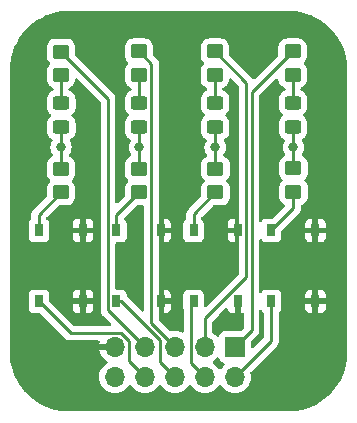
<source format=gbr>
%TF.GenerationSoftware,KiCad,Pcbnew,8.0.3*%
%TF.CreationDate,2024-11-17T10:30:07+00:00*%
%TF.ProjectId,ENS_light_sw_board,454e535f-6c69-4676-9874-5f73775f626f,rev?*%
%TF.SameCoordinates,Original*%
%TF.FileFunction,Copper,L1,Top*%
%TF.FilePolarity,Positive*%
%FSLAX46Y46*%
G04 Gerber Fmt 4.6, Leading zero omitted, Abs format (unit mm)*
G04 Created by KiCad (PCBNEW 8.0.3) date 2024-11-17 10:30:07*
%MOMM*%
%LPD*%
G01*
G04 APERTURE LIST*
G04 Aperture macros list*
%AMRoundRect*
0 Rectangle with rounded corners*
0 $1 Rounding radius*
0 $2 $3 $4 $5 $6 $7 $8 $9 X,Y pos of 4 corners*
0 Add a 4 corners polygon primitive as box body*
4,1,4,$2,$3,$4,$5,$6,$7,$8,$9,$2,$3,0*
0 Add four circle primitives for the rounded corners*
1,1,$1+$1,$2,$3*
1,1,$1+$1,$4,$5*
1,1,$1+$1,$6,$7*
1,1,$1+$1,$8,$9*
0 Add four rect primitives between the rounded corners*
20,1,$1+$1,$2,$3,$4,$5,0*
20,1,$1+$1,$4,$5,$6,$7,0*
20,1,$1+$1,$6,$7,$8,$9,0*
20,1,$1+$1,$8,$9,$2,$3,0*%
G04 Aperture macros list end*
%TA.AperFunction,SMDPad,CuDef*%
%ADD10R,0.750000X1.000000*%
%TD*%
%TA.AperFunction,SMDPad,CuDef*%
%ADD11RoundRect,0.250000X-0.450000X0.325000X-0.450000X-0.325000X0.450000X-0.325000X0.450000X0.325000X0*%
%TD*%
%TA.AperFunction,SMDPad,CuDef*%
%ADD12RoundRect,0.250000X-0.450000X0.350000X-0.450000X-0.350000X0.450000X-0.350000X0.450000X0.350000X0*%
%TD*%
%TA.AperFunction,ComponentPad*%
%ADD13R,1.700000X1.700000*%
%TD*%
%TA.AperFunction,ComponentPad*%
%ADD14O,1.700000X1.700000*%
%TD*%
%TA.AperFunction,ViaPad*%
%ADD15C,0.800000*%
%TD*%
%TA.AperFunction,Conductor*%
%ADD16C,0.250000*%
%TD*%
G04 APERTURE END LIST*
D10*
%TO.P,SW3,1,A*%
%TO.N,GND*%
X121841000Y-75867000D03*
X121841000Y-81867000D03*
%TO.P,SW3,2,B*%
%TO.N,/SW3*%
X118091000Y-75867000D03*
X118091000Y-81867000D03*
%TD*%
%TO.P,SW2,1,A*%
%TO.N,GND*%
X128396000Y-75867000D03*
X128396000Y-81867000D03*
%TO.P,SW2,2,B*%
%TO.N,/SW2*%
X124646000Y-75867000D03*
X124646000Y-81867000D03*
%TD*%
D11*
%TO.P,D4,1,K*%
%TO.N,Net-(D4-K)*%
X113439142Y-65083000D03*
%TO.P,D4,2,A*%
%TO.N,+3V3*%
X113439142Y-67133000D03*
%TD*%
D12*
%TO.P,R5,1*%
%TO.N,/D1*%
X133022858Y-60706000D03*
%TO.P,R5,2*%
%TO.N,Net-(D1-K)*%
X133022858Y-62706000D03*
%TD*%
D11*
%TO.P,D3,1,K*%
%TO.N,Net-(D3-K)*%
X120043142Y-65067000D03*
%TO.P,D3,2,A*%
%TO.N,+3V3*%
X120043142Y-67117000D03*
%TD*%
%TO.P,D1,1,K*%
%TO.N,Net-(D1-K)*%
X133051000Y-65067000D03*
%TO.P,D1,2,A*%
%TO.N,+3V3*%
X133051000Y-67117000D03*
%TD*%
D12*
%TO.P,R7,1*%
%TO.N,/D3*%
X120015000Y-60706000D03*
%TO.P,R7,2*%
%TO.N,Net-(D3-K)*%
X120015000Y-62706000D03*
%TD*%
D11*
%TO.P,D2,1,K*%
%TO.N,Net-(D2-K)*%
X126463000Y-65067000D03*
%TO.P,D2,2,A*%
%TO.N,+3V3*%
X126463000Y-67117000D03*
%TD*%
D12*
%TO.P,R2,1*%
%TO.N,+3V3*%
X126492000Y-70644000D03*
%TO.P,R2,2*%
%TO.N,/SW2*%
X126492000Y-72644000D03*
%TD*%
%TO.P,R8,1*%
%TO.N,/D4*%
X113411000Y-60722000D03*
%TO.P,R8,2*%
%TO.N,Net-(D4-K)*%
X113411000Y-62722000D03*
%TD*%
%TO.P,R6,1*%
%TO.N,/D2*%
X126434858Y-60706000D03*
%TO.P,R6,2*%
%TO.N,Net-(D2-K)*%
X126434858Y-62706000D03*
%TD*%
D10*
%TO.P,SW4,1,A*%
%TO.N,GND*%
X115286000Y-75867000D03*
X115286000Y-81867000D03*
%TO.P,SW4,2,B*%
%TO.N,/SW4*%
X111536000Y-75867000D03*
X111536000Y-81867000D03*
%TD*%
%TO.P,SW1,1,A*%
%TO.N,GND*%
X134951000Y-75867000D03*
X134951000Y-81867000D03*
%TO.P,SW1,2,B*%
%TO.N,/SW1*%
X131201000Y-75867000D03*
X131201000Y-81867000D03*
%TD*%
D12*
%TO.P,R4,1*%
%TO.N,+3V3*%
X113411000Y-70644000D03*
%TO.P,R4,2*%
%TO.N,/SW4*%
X113411000Y-72644000D03*
%TD*%
D13*
%TO.P,J1,1,Pin_1*%
%TO.N,/D1*%
X128143000Y-85725000D03*
D14*
%TO.P,J1,2,Pin_2*%
%TO.N,/SW1*%
X128143000Y-88265000D03*
%TO.P,J1,3,Pin_3*%
%TO.N,/D2*%
X125603000Y-85725000D03*
%TO.P,J1,4,Pin_4*%
%TO.N,/SW2*%
X125603000Y-88265000D03*
%TO.P,J1,5,Pin_5*%
%TO.N,/D3*%
X123063000Y-85725000D03*
%TO.P,J1,6,Pin_6*%
%TO.N,/SW3*%
X123063000Y-88265000D03*
%TO.P,J1,7,Pin_7*%
%TO.N,/D4*%
X120523000Y-85725000D03*
%TO.P,J1,8,Pin_8*%
%TO.N,/SW4*%
X120523000Y-88265000D03*
%TO.P,J1,9,Pin_9*%
%TO.N,GND*%
X117983000Y-85725000D03*
%TO.P,J1,10,Pin_10*%
%TO.N,+3V3*%
X117983000Y-88265000D03*
%TD*%
D12*
%TO.P,R3,1*%
%TO.N,+3V3*%
X120015000Y-70644000D03*
%TO.P,R3,2*%
%TO.N,/SW3*%
X120015000Y-72644000D03*
%TD*%
%TO.P,R1,1*%
%TO.N,+3V3*%
X133096000Y-70612000D03*
%TO.P,R1,2*%
%TO.N,/SW1*%
X133096000Y-72612000D03*
%TD*%
D15*
%TO.N,+3V3*%
X133096000Y-68834000D03*
X126463000Y-68834000D03*
X113411000Y-68834000D03*
X120043142Y-68834000D03*
%TD*%
D16*
%TO.N,+3V3*%
X120043142Y-67117000D02*
X120043142Y-68834000D01*
X120043142Y-70615858D02*
X120015000Y-70644000D01*
X133096000Y-68834000D02*
X133096000Y-67162000D01*
X126463000Y-70615000D02*
X126492000Y-70644000D01*
X113411000Y-67161142D02*
X113439142Y-67133000D01*
X113411000Y-68834000D02*
X113411000Y-67161142D01*
X120043142Y-68834000D02*
X120043142Y-70615858D01*
X126463000Y-67117000D02*
X126463000Y-68834000D01*
X113411000Y-70644000D02*
X113411000Y-68834000D01*
X126463000Y-68834000D02*
X126463000Y-70615000D01*
X133096000Y-70612000D02*
X133096000Y-68834000D01*
X133096000Y-67162000D02*
X133051000Y-67117000D01*
%TO.N,Net-(D1-K)*%
X133051000Y-65067000D02*
X133051000Y-62734142D01*
X133051000Y-62734142D02*
X133022858Y-62706000D01*
%TO.N,Net-(D2-K)*%
X126434858Y-62706000D02*
X126434858Y-65038858D01*
X126434858Y-65038858D02*
X126463000Y-65067000D01*
%TO.N,Net-(D3-K)*%
X120015000Y-65038858D02*
X120043142Y-65067000D01*
X120015000Y-62706000D02*
X120015000Y-65038858D01*
%TO.N,Net-(D4-K)*%
X113411000Y-65054858D02*
X113439142Y-65083000D01*
X113411000Y-62722000D02*
X113411000Y-65054858D01*
%TO.N,/SW3*%
X118516701Y-81867000D02*
X121793000Y-85143299D01*
X121793000Y-86995000D02*
X123063000Y-88265000D01*
X118091000Y-74568000D02*
X120015000Y-72644000D01*
X118091000Y-75867000D02*
X118091000Y-74568000D01*
X118091000Y-81867000D02*
X118516701Y-81867000D01*
X121793000Y-85143299D02*
X121793000Y-86995000D01*
%TO.N,/D3*%
X120015000Y-60706000D02*
X121068142Y-61759142D01*
X121068142Y-83730142D02*
X123063000Y-85725000D01*
X121068142Y-61759142D02*
X121068142Y-83730142D01*
%TO.N,/SW4*%
X111536000Y-74519000D02*
X113411000Y-72644000D01*
X118469701Y-84550000D02*
X119158000Y-85238299D01*
X111536000Y-75867000D02*
X111536000Y-74519000D01*
X111536000Y-81867000D02*
X114219000Y-84550000D01*
X119158000Y-86900000D02*
X120523000Y-88265000D01*
X114219000Y-84550000D02*
X118469701Y-84550000D01*
X119158000Y-85238299D02*
X119158000Y-86900000D01*
%TO.N,/SW2*%
X124646000Y-81867000D02*
X124428000Y-82085000D01*
X124428000Y-82085000D02*
X124428000Y-87090000D01*
X124646000Y-75867000D02*
X124646000Y-74490000D01*
X124428000Y-87090000D02*
X125603000Y-88265000D01*
X124646000Y-74490000D02*
X126492000Y-72644000D01*
%TO.N,/D1*%
X129546000Y-64182858D02*
X129546000Y-84322000D01*
X133022858Y-60706000D02*
X129546000Y-64182858D01*
X129546000Y-84322000D02*
X128143000Y-85725000D01*
%TO.N,/D2*%
X129096000Y-63367142D02*
X129096000Y-79819000D01*
X126434858Y-60706000D02*
X129096000Y-63367142D01*
X129096000Y-79819000D02*
X125603000Y-83312000D01*
X125603000Y-83312000D02*
X125603000Y-85725000D01*
%TO.N,/SW1*%
X133096000Y-73972000D02*
X131201000Y-75867000D01*
X131201000Y-81867000D02*
X131201000Y-85207000D01*
X131201000Y-85207000D02*
X128143000Y-88265000D01*
X133096000Y-72612000D02*
X133096000Y-73972000D01*
%TO.N,/D4*%
X113411000Y-60722000D02*
X117391000Y-64702000D01*
X117391000Y-82593000D02*
X120523000Y-85725000D01*
X117391000Y-64702000D02*
X117391000Y-82593000D01*
%TD*%
%TA.AperFunction,Conductor*%
%TO.N,GND*%
G36*
X128589039Y-81636685D02*
G01*
X128634794Y-81689489D01*
X128646000Y-81741000D01*
X128646000Y-82867000D01*
X128796500Y-82867000D01*
X128863539Y-82886685D01*
X128909294Y-82939489D01*
X128920500Y-82991000D01*
X128920500Y-84011547D01*
X128900815Y-84078586D01*
X128884181Y-84099228D01*
X128645227Y-84338181D01*
X128583904Y-84371666D01*
X128557546Y-84374500D01*
X127245129Y-84374500D01*
X127245123Y-84374501D01*
X127185516Y-84380908D01*
X127050671Y-84431202D01*
X127050664Y-84431206D01*
X126935455Y-84517452D01*
X126935452Y-84517455D01*
X126849206Y-84632664D01*
X126849203Y-84632669D01*
X126800189Y-84764083D01*
X126758317Y-84820016D01*
X126692853Y-84844433D01*
X126624580Y-84829581D01*
X126596326Y-84808430D01*
X126474402Y-84686506D01*
X126474401Y-84686505D01*
X126281376Y-84551347D01*
X126237751Y-84496770D01*
X126228500Y-84449772D01*
X126228500Y-83622452D01*
X126248185Y-83555413D01*
X126264819Y-83534771D01*
X126791078Y-83008512D01*
X127336043Y-82463546D01*
X127397364Y-82430063D01*
X127467056Y-82435047D01*
X127522989Y-82476919D01*
X127539904Y-82507896D01*
X127577645Y-82609086D01*
X127577649Y-82609093D01*
X127663809Y-82724187D01*
X127663812Y-82724190D01*
X127778906Y-82810350D01*
X127778913Y-82810354D01*
X127913620Y-82860596D01*
X127913627Y-82860598D01*
X127973155Y-82866999D01*
X127973172Y-82867000D01*
X128146000Y-82867000D01*
X128146000Y-81741000D01*
X128165685Y-81673961D01*
X128218489Y-81628206D01*
X128270000Y-81617000D01*
X128522000Y-81617000D01*
X128589039Y-81636685D01*
G37*
%TD.AperFunction*%
%TA.AperFunction,Conductor*%
G36*
X132668641Y-57277006D02*
G01*
X132881481Y-57279328D01*
X132890915Y-57279792D01*
X133315552Y-57316943D01*
X133326270Y-57318354D01*
X133745393Y-57392256D01*
X133755921Y-57394590D01*
X134167033Y-57504747D01*
X134177322Y-57507992D01*
X134577255Y-57653555D01*
X134587221Y-57657683D01*
X134972942Y-57837547D01*
X134982528Y-57842538D01*
X135351088Y-58055326D01*
X135360207Y-58061135D01*
X135708820Y-58305237D01*
X135717402Y-58311822D01*
X136043420Y-58585383D01*
X136051395Y-58592692D01*
X136352307Y-58893604D01*
X136359616Y-58901579D01*
X136633177Y-59227597D01*
X136639762Y-59236179D01*
X136883864Y-59584792D01*
X136889676Y-59593916D01*
X137102459Y-59962467D01*
X137107454Y-59972062D01*
X137287310Y-60357764D01*
X137291450Y-60367759D01*
X137437003Y-60767664D01*
X137440256Y-60777980D01*
X137550405Y-61189061D01*
X137552746Y-61199623D01*
X137626644Y-61618725D01*
X137628056Y-61629450D01*
X137665206Y-62054073D01*
X137665671Y-62063527D01*
X137667993Y-62276357D01*
X137668000Y-62277710D01*
X137668000Y-86185289D01*
X137667993Y-86186642D01*
X137665671Y-86399472D01*
X137665206Y-86408926D01*
X137628056Y-86833549D01*
X137626644Y-86844274D01*
X137552746Y-87263376D01*
X137550405Y-87273938D01*
X137440256Y-87685019D01*
X137437003Y-87695335D01*
X137291450Y-88095240D01*
X137287310Y-88105235D01*
X137107454Y-88490937D01*
X137102459Y-88500532D01*
X136889676Y-88869083D01*
X136883864Y-88878207D01*
X136639762Y-89226820D01*
X136633177Y-89235402D01*
X136359616Y-89561420D01*
X136352307Y-89569395D01*
X136051395Y-89870307D01*
X136043420Y-89877616D01*
X135717402Y-90151177D01*
X135708820Y-90157762D01*
X135360207Y-90401864D01*
X135351083Y-90407676D01*
X134982532Y-90620459D01*
X134972937Y-90625454D01*
X134587235Y-90805310D01*
X134577240Y-90809450D01*
X134177335Y-90955003D01*
X134167019Y-90958256D01*
X133755938Y-91068405D01*
X133745376Y-91070746D01*
X133326274Y-91144644D01*
X133315549Y-91146056D01*
X132890926Y-91183206D01*
X132881472Y-91183671D01*
X132673455Y-91185940D01*
X132668640Y-91185993D01*
X132667290Y-91186000D01*
X114093710Y-91186000D01*
X114092359Y-91185993D01*
X114087454Y-91185939D01*
X113879527Y-91183671D01*
X113870073Y-91183206D01*
X113445450Y-91146056D01*
X113434725Y-91144644D01*
X113015623Y-91070746D01*
X113005061Y-91068405D01*
X112593980Y-90958256D01*
X112583664Y-90955003D01*
X112183759Y-90809450D01*
X112173764Y-90805310D01*
X111788062Y-90625454D01*
X111778467Y-90620459D01*
X111409916Y-90407676D01*
X111400792Y-90401864D01*
X111052179Y-90157762D01*
X111043597Y-90151177D01*
X110717579Y-89877616D01*
X110709604Y-89870307D01*
X110408692Y-89569395D01*
X110401383Y-89561420D01*
X110298687Y-89439032D01*
X110127821Y-89235401D01*
X110121237Y-89226820D01*
X109877132Y-88878203D01*
X109871323Y-88869083D01*
X109658540Y-88500532D01*
X109653545Y-88490937D01*
X109548189Y-88265000D01*
X109473683Y-88105221D01*
X109469555Y-88095255D01*
X109323992Y-87695322D01*
X109320747Y-87685033D01*
X109210590Y-87273921D01*
X109208256Y-87263393D01*
X109134354Y-86844270D01*
X109132943Y-86833549D01*
X109095792Y-86408915D01*
X109095328Y-86399471D01*
X109093007Y-86186641D01*
X109093000Y-86185289D01*
X109093000Y-75319135D01*
X110660500Y-75319135D01*
X110660500Y-76414870D01*
X110660501Y-76414876D01*
X110666908Y-76474483D01*
X110717202Y-76609328D01*
X110717206Y-76609335D01*
X110803452Y-76724544D01*
X110803455Y-76724547D01*
X110918664Y-76810793D01*
X110918671Y-76810797D01*
X111053517Y-76861091D01*
X111053516Y-76861091D01*
X111060444Y-76861835D01*
X111113127Y-76867500D01*
X111958872Y-76867499D01*
X112018483Y-76861091D01*
X112153331Y-76810796D01*
X112268546Y-76724546D01*
X112354796Y-76609331D01*
X112405091Y-76474483D01*
X112411500Y-76414873D01*
X112411500Y-76414844D01*
X114411000Y-76414844D01*
X114417401Y-76474372D01*
X114417403Y-76474379D01*
X114467645Y-76609086D01*
X114467649Y-76609093D01*
X114553809Y-76724187D01*
X114553812Y-76724190D01*
X114668906Y-76810350D01*
X114668913Y-76810354D01*
X114803620Y-76860596D01*
X114803627Y-76860598D01*
X114863155Y-76866999D01*
X114863172Y-76867000D01*
X115036000Y-76867000D01*
X115536000Y-76867000D01*
X115708828Y-76867000D01*
X115708844Y-76866999D01*
X115768372Y-76860598D01*
X115768379Y-76860596D01*
X115903086Y-76810354D01*
X115903093Y-76810350D01*
X116018187Y-76724190D01*
X116018190Y-76724187D01*
X116104350Y-76609093D01*
X116104354Y-76609086D01*
X116154596Y-76474379D01*
X116154598Y-76474372D01*
X116160999Y-76414844D01*
X116161000Y-76414827D01*
X116161000Y-76117000D01*
X115536000Y-76117000D01*
X115536000Y-76867000D01*
X115036000Y-76867000D01*
X115036000Y-76117000D01*
X114411000Y-76117000D01*
X114411000Y-76414844D01*
X112411500Y-76414844D01*
X112411499Y-75319155D01*
X114411000Y-75319155D01*
X114411000Y-75617000D01*
X115036000Y-75617000D01*
X115536000Y-75617000D01*
X116161000Y-75617000D01*
X116161000Y-75319172D01*
X116160999Y-75319155D01*
X116154598Y-75259627D01*
X116154596Y-75259620D01*
X116104354Y-75124913D01*
X116104350Y-75124906D01*
X116018190Y-75009812D01*
X116018187Y-75009809D01*
X115903093Y-74923649D01*
X115903086Y-74923645D01*
X115768379Y-74873403D01*
X115768372Y-74873401D01*
X115708844Y-74867000D01*
X115536000Y-74867000D01*
X115536000Y-75617000D01*
X115036000Y-75617000D01*
X115036000Y-74867000D01*
X114863155Y-74867000D01*
X114803627Y-74873401D01*
X114803620Y-74873403D01*
X114668913Y-74923645D01*
X114668906Y-74923649D01*
X114553812Y-75009809D01*
X114553809Y-75009812D01*
X114467649Y-75124906D01*
X114467645Y-75124913D01*
X114417403Y-75259620D01*
X114417401Y-75259627D01*
X114411000Y-75319155D01*
X112411499Y-75319155D01*
X112411499Y-75319128D01*
X112405091Y-75259517D01*
X112366012Y-75154742D01*
X112354797Y-75124671D01*
X112354793Y-75124664D01*
X112268548Y-75009457D01*
X112268546Y-75009454D01*
X112268542Y-75009451D01*
X112211188Y-74966515D01*
X112169318Y-74910581D01*
X112161500Y-74867249D01*
X112161500Y-74829451D01*
X112181185Y-74762412D01*
X112197814Y-74741774D01*
X113158771Y-73780817D01*
X113220094Y-73747333D01*
X113246452Y-73744499D01*
X113911002Y-73744499D01*
X113911008Y-73744499D01*
X114013797Y-73733999D01*
X114180334Y-73678814D01*
X114329656Y-73586712D01*
X114453712Y-73462656D01*
X114545814Y-73313334D01*
X114600999Y-73146797D01*
X114611500Y-73044009D01*
X114611499Y-72243992D01*
X114600999Y-72141203D01*
X114545814Y-71974666D01*
X114453712Y-71825344D01*
X114360049Y-71731681D01*
X114326564Y-71670358D01*
X114331548Y-71600666D01*
X114360049Y-71556319D01*
X114392049Y-71524319D01*
X114453712Y-71462656D01*
X114545814Y-71313334D01*
X114600999Y-71146797D01*
X114611500Y-71044009D01*
X114611499Y-70243992D01*
X114600999Y-70141203D01*
X114545814Y-69974666D01*
X114453712Y-69825344D01*
X114329656Y-69701288D01*
X114180334Y-69609186D01*
X114163591Y-69603638D01*
X114106148Y-69563866D01*
X114079325Y-69499350D01*
X114091640Y-69430575D01*
X114110448Y-69402960D01*
X114117114Y-69395557D01*
X114143533Y-69366216D01*
X114238179Y-69202284D01*
X114296674Y-69022256D01*
X114316460Y-68834000D01*
X114296674Y-68645744D01*
X114238179Y-68465716D01*
X114152655Y-68317585D01*
X114136183Y-68249686D01*
X114159036Y-68183659D01*
X114202745Y-68147279D01*
X114202329Y-68146605D01*
X114207066Y-68143682D01*
X114207648Y-68143199D01*
X114208464Y-68142817D01*
X114208476Y-68142814D01*
X114357798Y-68050712D01*
X114481854Y-67926656D01*
X114573956Y-67777334D01*
X114629141Y-67610797D01*
X114639642Y-67508009D01*
X114639641Y-66757992D01*
X114638006Y-66741991D01*
X114629141Y-66655203D01*
X114629140Y-66655200D01*
X114623838Y-66639200D01*
X114573956Y-66488666D01*
X114481854Y-66339344D01*
X114357798Y-66215288D01*
X114354961Y-66213538D01*
X114353425Y-66211830D01*
X114352131Y-66210807D01*
X114352305Y-66210585D01*
X114308238Y-66161594D01*
X114297014Y-66092632D01*
X114324855Y-66028549D01*
X114354959Y-66002462D01*
X114357798Y-66000712D01*
X114481854Y-65876656D01*
X114573956Y-65727334D01*
X114629141Y-65560797D01*
X114639642Y-65458009D01*
X114639641Y-64707992D01*
X114638006Y-64691991D01*
X114629141Y-64605203D01*
X114629140Y-64605200D01*
X114620780Y-64579971D01*
X114573956Y-64438666D01*
X114481854Y-64289344D01*
X114357798Y-64165288D01*
X114208476Y-64073186D01*
X114160191Y-64057186D01*
X114121495Y-64044363D01*
X114064050Y-64004589D01*
X114037228Y-63940073D01*
X114036500Y-63926657D01*
X114036500Y-63894016D01*
X114056185Y-63826977D01*
X114108989Y-63781222D01*
X114121488Y-63776313D01*
X114180334Y-63756814D01*
X114329656Y-63664712D01*
X114453712Y-63540656D01*
X114545814Y-63391334D01*
X114600999Y-63224797D01*
X114611500Y-63122009D01*
X114611499Y-63106454D01*
X114631180Y-63039417D01*
X114683982Y-62993659D01*
X114753139Y-62983712D01*
X114816697Y-63012734D01*
X114823180Y-63018770D01*
X116729181Y-64924771D01*
X116762666Y-64986094D01*
X116765500Y-65012452D01*
X116765500Y-82654609D01*
X116771843Y-82686496D01*
X116771843Y-82686501D01*
X116771844Y-82686501D01*
X116779410Y-82724543D01*
X116789535Y-82775444D01*
X116789536Y-82775446D01*
X116789537Y-82775451D01*
X116836688Y-82889286D01*
X116870233Y-82939489D01*
X116870914Y-82940507D01*
X116870915Y-82940509D01*
X116905141Y-82991733D01*
X116996586Y-83083178D01*
X116996608Y-83083198D01*
X117626229Y-83712819D01*
X117659714Y-83774142D01*
X117654730Y-83843834D01*
X117612858Y-83899767D01*
X117547394Y-83924184D01*
X117538548Y-83924500D01*
X114529452Y-83924500D01*
X114462413Y-83904815D01*
X114441771Y-83888181D01*
X112968434Y-82414844D01*
X114411000Y-82414844D01*
X114417401Y-82474372D01*
X114417403Y-82474379D01*
X114467645Y-82609086D01*
X114467649Y-82609093D01*
X114553809Y-82724187D01*
X114553812Y-82724190D01*
X114668906Y-82810350D01*
X114668913Y-82810354D01*
X114803620Y-82860596D01*
X114803627Y-82860598D01*
X114863155Y-82866999D01*
X114863172Y-82867000D01*
X115036000Y-82867000D01*
X115536000Y-82867000D01*
X115708828Y-82867000D01*
X115708844Y-82866999D01*
X115768372Y-82860598D01*
X115768379Y-82860596D01*
X115903086Y-82810354D01*
X115903093Y-82810350D01*
X116018187Y-82724190D01*
X116018190Y-82724187D01*
X116104350Y-82609093D01*
X116104354Y-82609086D01*
X116154596Y-82474379D01*
X116154598Y-82474372D01*
X116160999Y-82414844D01*
X116161000Y-82414827D01*
X116161000Y-82117000D01*
X115536000Y-82117000D01*
X115536000Y-82867000D01*
X115036000Y-82867000D01*
X115036000Y-82117000D01*
X114411000Y-82117000D01*
X114411000Y-82414844D01*
X112968434Y-82414844D01*
X112447818Y-81894228D01*
X112414333Y-81832905D01*
X112411499Y-81806547D01*
X112411499Y-81319155D01*
X114411000Y-81319155D01*
X114411000Y-81617000D01*
X115036000Y-81617000D01*
X115536000Y-81617000D01*
X116161000Y-81617000D01*
X116161000Y-81319172D01*
X116160999Y-81319155D01*
X116154598Y-81259627D01*
X116154596Y-81259620D01*
X116104354Y-81124913D01*
X116104350Y-81124906D01*
X116018190Y-81009812D01*
X116018187Y-81009809D01*
X115903093Y-80923649D01*
X115903086Y-80923645D01*
X115768379Y-80873403D01*
X115768372Y-80873401D01*
X115708844Y-80867000D01*
X115536000Y-80867000D01*
X115536000Y-81617000D01*
X115036000Y-81617000D01*
X115036000Y-80867000D01*
X114863155Y-80867000D01*
X114803627Y-80873401D01*
X114803620Y-80873403D01*
X114668913Y-80923645D01*
X114668906Y-80923649D01*
X114553812Y-81009809D01*
X114553809Y-81009812D01*
X114467649Y-81124906D01*
X114467645Y-81124913D01*
X114417403Y-81259620D01*
X114417401Y-81259627D01*
X114411000Y-81319155D01*
X112411499Y-81319155D01*
X112411499Y-81319129D01*
X112411498Y-81319123D01*
X112411497Y-81319116D01*
X112405091Y-81259517D01*
X112366012Y-81154742D01*
X112354797Y-81124671D01*
X112354793Y-81124664D01*
X112268547Y-81009455D01*
X112268544Y-81009452D01*
X112153335Y-80923206D01*
X112153328Y-80923202D01*
X112018482Y-80872908D01*
X112018483Y-80872908D01*
X111958883Y-80866501D01*
X111958881Y-80866500D01*
X111958873Y-80866500D01*
X111958864Y-80866500D01*
X111113129Y-80866500D01*
X111113123Y-80866501D01*
X111053516Y-80872908D01*
X110918671Y-80923202D01*
X110918664Y-80923206D01*
X110803455Y-81009452D01*
X110803452Y-81009455D01*
X110717206Y-81124664D01*
X110717202Y-81124671D01*
X110666908Y-81259517D01*
X110660501Y-81319116D01*
X110660501Y-81319123D01*
X110660500Y-81319135D01*
X110660500Y-82414870D01*
X110660501Y-82414876D01*
X110666908Y-82474483D01*
X110717202Y-82609328D01*
X110717206Y-82609335D01*
X110803451Y-82724543D01*
X110803455Y-82724547D01*
X110918664Y-82810793D01*
X110918671Y-82810797D01*
X110952502Y-82823415D01*
X111053517Y-82861091D01*
X111113127Y-82867500D01*
X111600547Y-82867499D01*
X111667586Y-82887183D01*
X111688228Y-82903818D01*
X113730016Y-84945606D01*
X113730045Y-84945637D01*
X113820264Y-85035856D01*
X113820267Y-85035858D01*
X113871490Y-85070084D01*
X113922714Y-85104312D01*
X114003207Y-85137652D01*
X114036548Y-85151463D01*
X114096971Y-85163481D01*
X114157393Y-85175500D01*
X114157394Y-85175500D01*
X116571015Y-85175500D01*
X116638054Y-85195185D01*
X116683809Y-85247989D01*
X116693753Y-85317147D01*
X116690790Y-85331594D01*
X116652364Y-85474999D01*
X116652364Y-85475000D01*
X117549988Y-85475000D01*
X117517075Y-85532007D01*
X117483000Y-85659174D01*
X117483000Y-85790826D01*
X117517075Y-85917993D01*
X117549988Y-85975000D01*
X116652364Y-85975000D01*
X116709567Y-86188486D01*
X116709570Y-86188492D01*
X116809399Y-86402578D01*
X116944894Y-86596082D01*
X117111917Y-86763105D01*
X117297595Y-86893119D01*
X117341219Y-86947696D01*
X117348412Y-87017195D01*
X117316890Y-87079549D01*
X117297595Y-87096269D01*
X117111594Y-87226508D01*
X116944505Y-87393597D01*
X116808965Y-87587169D01*
X116808964Y-87587171D01*
X116709098Y-87801335D01*
X116709094Y-87801344D01*
X116647938Y-88029586D01*
X116647936Y-88029596D01*
X116627341Y-88264999D01*
X116627341Y-88265000D01*
X116647936Y-88500403D01*
X116647938Y-88500413D01*
X116709094Y-88728655D01*
X116709096Y-88728659D01*
X116709097Y-88728663D01*
X116713000Y-88737032D01*
X116808965Y-88942830D01*
X116808967Y-88942834D01*
X116917281Y-89097521D01*
X116944505Y-89136401D01*
X117111599Y-89303495D01*
X117208384Y-89371265D01*
X117305165Y-89439032D01*
X117305167Y-89439033D01*
X117305170Y-89439035D01*
X117519337Y-89538903D01*
X117747592Y-89600063D01*
X117935918Y-89616539D01*
X117982999Y-89620659D01*
X117983000Y-89620659D01*
X117983001Y-89620659D01*
X118022234Y-89617226D01*
X118218408Y-89600063D01*
X118446663Y-89538903D01*
X118660830Y-89439035D01*
X118854401Y-89303495D01*
X119021495Y-89136401D01*
X119151425Y-88950842D01*
X119206002Y-88907217D01*
X119275500Y-88900023D01*
X119337855Y-88931546D01*
X119354575Y-88950842D01*
X119484500Y-89136395D01*
X119484505Y-89136401D01*
X119651599Y-89303495D01*
X119748384Y-89371265D01*
X119845165Y-89439032D01*
X119845167Y-89439033D01*
X119845170Y-89439035D01*
X120059337Y-89538903D01*
X120287592Y-89600063D01*
X120475918Y-89616539D01*
X120522999Y-89620659D01*
X120523000Y-89620659D01*
X120523001Y-89620659D01*
X120562234Y-89617226D01*
X120758408Y-89600063D01*
X120986663Y-89538903D01*
X121200830Y-89439035D01*
X121394401Y-89303495D01*
X121561495Y-89136401D01*
X121691425Y-88950842D01*
X121746002Y-88907217D01*
X121815500Y-88900023D01*
X121877855Y-88931546D01*
X121894575Y-88950842D01*
X122024500Y-89136395D01*
X122024505Y-89136401D01*
X122191599Y-89303495D01*
X122288384Y-89371265D01*
X122385165Y-89439032D01*
X122385167Y-89439033D01*
X122385170Y-89439035D01*
X122599337Y-89538903D01*
X122827592Y-89600063D01*
X123015918Y-89616539D01*
X123062999Y-89620659D01*
X123063000Y-89620659D01*
X123063001Y-89620659D01*
X123102234Y-89617226D01*
X123298408Y-89600063D01*
X123526663Y-89538903D01*
X123740830Y-89439035D01*
X123934401Y-89303495D01*
X124101495Y-89136401D01*
X124231425Y-88950842D01*
X124286002Y-88907217D01*
X124355500Y-88900023D01*
X124417855Y-88931546D01*
X124434575Y-88950842D01*
X124564500Y-89136395D01*
X124564505Y-89136401D01*
X124731599Y-89303495D01*
X124828384Y-89371265D01*
X124925165Y-89439032D01*
X124925167Y-89439033D01*
X124925170Y-89439035D01*
X125139337Y-89538903D01*
X125367592Y-89600063D01*
X125555918Y-89616539D01*
X125602999Y-89620659D01*
X125603000Y-89620659D01*
X125603001Y-89620659D01*
X125642234Y-89617226D01*
X125838408Y-89600063D01*
X126066663Y-89538903D01*
X126280830Y-89439035D01*
X126474401Y-89303495D01*
X126641495Y-89136401D01*
X126771425Y-88950842D01*
X126826002Y-88907217D01*
X126895500Y-88900023D01*
X126957855Y-88931546D01*
X126974575Y-88950842D01*
X127104500Y-89136395D01*
X127104505Y-89136401D01*
X127271599Y-89303495D01*
X127368384Y-89371265D01*
X127465165Y-89439032D01*
X127465167Y-89439033D01*
X127465170Y-89439035D01*
X127679337Y-89538903D01*
X127907592Y-89600063D01*
X128095918Y-89616539D01*
X128142999Y-89620659D01*
X128143000Y-89620659D01*
X128143001Y-89620659D01*
X128182234Y-89617226D01*
X128378408Y-89600063D01*
X128606663Y-89538903D01*
X128820830Y-89439035D01*
X129014401Y-89303495D01*
X129181495Y-89136401D01*
X129317035Y-88942830D01*
X129416903Y-88728663D01*
X129478063Y-88500408D01*
X129498659Y-88265000D01*
X129478063Y-88029592D01*
X129451143Y-87929125D01*
X129452806Y-87859276D01*
X129483235Y-87809353D01*
X131599729Y-85692860D01*
X131599733Y-85692858D01*
X131686858Y-85605733D01*
X131734398Y-85534585D01*
X131755312Y-85503286D01*
X131802463Y-85389451D01*
X131826500Y-85268607D01*
X131826500Y-85145393D01*
X131826500Y-82866749D01*
X131846185Y-82799710D01*
X131876190Y-82767482D01*
X131933546Y-82724546D01*
X132019796Y-82609331D01*
X132070091Y-82474483D01*
X132076500Y-82414873D01*
X132076500Y-82414844D01*
X134076000Y-82414844D01*
X134082401Y-82474372D01*
X134082403Y-82474379D01*
X134132645Y-82609086D01*
X134132649Y-82609093D01*
X134218809Y-82724187D01*
X134218812Y-82724190D01*
X134333906Y-82810350D01*
X134333913Y-82810354D01*
X134468620Y-82860596D01*
X134468627Y-82860598D01*
X134528155Y-82866999D01*
X134528172Y-82867000D01*
X134701000Y-82867000D01*
X135201000Y-82867000D01*
X135373828Y-82867000D01*
X135373844Y-82866999D01*
X135433372Y-82860598D01*
X135433379Y-82860596D01*
X135568086Y-82810354D01*
X135568093Y-82810350D01*
X135683187Y-82724190D01*
X135683190Y-82724187D01*
X135769350Y-82609093D01*
X135769354Y-82609086D01*
X135819596Y-82474379D01*
X135819598Y-82474372D01*
X135825999Y-82414844D01*
X135826000Y-82414827D01*
X135826000Y-82117000D01*
X135201000Y-82117000D01*
X135201000Y-82867000D01*
X134701000Y-82867000D01*
X134701000Y-82117000D01*
X134076000Y-82117000D01*
X134076000Y-82414844D01*
X132076500Y-82414844D01*
X132076499Y-81319155D01*
X134076000Y-81319155D01*
X134076000Y-81617000D01*
X134701000Y-81617000D01*
X135201000Y-81617000D01*
X135826000Y-81617000D01*
X135826000Y-81319172D01*
X135825999Y-81319155D01*
X135819598Y-81259627D01*
X135819596Y-81259620D01*
X135769354Y-81124913D01*
X135769350Y-81124906D01*
X135683190Y-81009812D01*
X135683187Y-81009809D01*
X135568093Y-80923649D01*
X135568086Y-80923645D01*
X135433379Y-80873403D01*
X135433372Y-80873401D01*
X135373844Y-80867000D01*
X135201000Y-80867000D01*
X135201000Y-81617000D01*
X134701000Y-81617000D01*
X134701000Y-80867000D01*
X134528155Y-80867000D01*
X134468627Y-80873401D01*
X134468620Y-80873403D01*
X134333913Y-80923645D01*
X134333906Y-80923649D01*
X134218812Y-81009809D01*
X134218809Y-81009812D01*
X134132649Y-81124906D01*
X134132645Y-81124913D01*
X134082403Y-81259620D01*
X134082401Y-81259627D01*
X134076000Y-81319155D01*
X132076499Y-81319155D01*
X132076499Y-81319128D01*
X132070091Y-81259517D01*
X132031012Y-81154742D01*
X132019797Y-81124671D01*
X132019793Y-81124664D01*
X131933547Y-81009455D01*
X131933544Y-81009452D01*
X131818335Y-80923206D01*
X131818328Y-80923202D01*
X131683482Y-80872908D01*
X131683483Y-80872908D01*
X131623883Y-80866501D01*
X131623881Y-80866500D01*
X131623873Y-80866500D01*
X131623864Y-80866500D01*
X130778129Y-80866500D01*
X130778123Y-80866501D01*
X130718516Y-80872908D01*
X130583671Y-80923202D01*
X130583664Y-80923206D01*
X130468455Y-81009452D01*
X130468452Y-81009455D01*
X130394766Y-81107887D01*
X130338832Y-81149758D01*
X130269141Y-81154742D01*
X130207818Y-81121256D01*
X130174334Y-81059933D01*
X130171500Y-81033576D01*
X130171500Y-76700423D01*
X130191185Y-76633384D01*
X130243989Y-76587629D01*
X130313147Y-76577685D01*
X130376703Y-76606710D01*
X130394763Y-76626107D01*
X130468454Y-76724546D01*
X130514643Y-76759123D01*
X130583664Y-76810793D01*
X130583671Y-76810797D01*
X130718517Y-76861091D01*
X130718516Y-76861091D01*
X130725444Y-76861835D01*
X130778127Y-76867500D01*
X131623872Y-76867499D01*
X131683483Y-76861091D01*
X131818331Y-76810796D01*
X131933546Y-76724546D01*
X132019796Y-76609331D01*
X132070091Y-76474483D01*
X132076500Y-76414873D01*
X132076500Y-76414844D01*
X134076000Y-76414844D01*
X134082401Y-76474372D01*
X134082403Y-76474379D01*
X134132645Y-76609086D01*
X134132649Y-76609093D01*
X134218809Y-76724187D01*
X134218812Y-76724190D01*
X134333906Y-76810350D01*
X134333913Y-76810354D01*
X134468620Y-76860596D01*
X134468627Y-76860598D01*
X134528155Y-76866999D01*
X134528172Y-76867000D01*
X134701000Y-76867000D01*
X135201000Y-76867000D01*
X135373828Y-76867000D01*
X135373844Y-76866999D01*
X135433372Y-76860598D01*
X135433379Y-76860596D01*
X135568086Y-76810354D01*
X135568093Y-76810350D01*
X135683187Y-76724190D01*
X135683190Y-76724187D01*
X135769350Y-76609093D01*
X135769354Y-76609086D01*
X135819596Y-76474379D01*
X135819598Y-76474372D01*
X135825999Y-76414844D01*
X135826000Y-76414827D01*
X135826000Y-76117000D01*
X135201000Y-76117000D01*
X135201000Y-76867000D01*
X134701000Y-76867000D01*
X134701000Y-76117000D01*
X134076000Y-76117000D01*
X134076000Y-76414844D01*
X132076500Y-76414844D01*
X132076499Y-75927450D01*
X132096183Y-75860412D01*
X132112813Y-75839775D01*
X132633434Y-75319155D01*
X134076000Y-75319155D01*
X134076000Y-75617000D01*
X134701000Y-75617000D01*
X135201000Y-75617000D01*
X135826000Y-75617000D01*
X135826000Y-75319172D01*
X135825999Y-75319155D01*
X135819598Y-75259627D01*
X135819596Y-75259620D01*
X135769354Y-75124913D01*
X135769350Y-75124906D01*
X135683190Y-75009812D01*
X135683187Y-75009809D01*
X135568093Y-74923649D01*
X135568086Y-74923645D01*
X135433379Y-74873403D01*
X135433372Y-74873401D01*
X135373844Y-74867000D01*
X135201000Y-74867000D01*
X135201000Y-75617000D01*
X134701000Y-75617000D01*
X134701000Y-74867000D01*
X134528155Y-74867000D01*
X134468627Y-74873401D01*
X134468620Y-74873403D01*
X134333913Y-74923645D01*
X134333906Y-74923649D01*
X134218812Y-75009809D01*
X134218809Y-75009812D01*
X134132649Y-75124906D01*
X134132645Y-75124913D01*
X134082403Y-75259620D01*
X134082401Y-75259627D01*
X134076000Y-75319155D01*
X132633434Y-75319155D01*
X133581858Y-74370733D01*
X133650312Y-74268285D01*
X133697463Y-74154451D01*
X133721501Y-74033606D01*
X133721501Y-73910393D01*
X133721501Y-73905283D01*
X133721500Y-73905257D01*
X133721500Y-73784016D01*
X133741185Y-73716977D01*
X133793989Y-73671222D01*
X133806488Y-73666313D01*
X133865334Y-73646814D01*
X134014656Y-73554712D01*
X134138712Y-73430656D01*
X134230814Y-73281334D01*
X134285999Y-73114797D01*
X134296500Y-73012009D01*
X134296499Y-72211992D01*
X134285999Y-72109203D01*
X134230814Y-71942666D01*
X134138712Y-71793344D01*
X134045049Y-71699681D01*
X134011564Y-71638358D01*
X134016548Y-71568666D01*
X134045049Y-71524319D01*
X134138712Y-71430656D01*
X134230814Y-71281334D01*
X134285999Y-71114797D01*
X134296500Y-71012009D01*
X134296499Y-70211992D01*
X134285999Y-70109203D01*
X134230814Y-69942666D01*
X134138712Y-69793344D01*
X134014656Y-69669288D01*
X133917208Y-69609182D01*
X133865336Y-69577187D01*
X133858791Y-69574136D01*
X133860001Y-69571538D01*
X133813302Y-69539172D01*
X133786511Y-69474643D01*
X133798859Y-69405874D01*
X133817636Y-69378317D01*
X133828533Y-69366216D01*
X133923179Y-69202284D01*
X133981674Y-69022256D01*
X134001460Y-68834000D01*
X133981674Y-68645744D01*
X133923179Y-68465716D01*
X133828533Y-68301784D01*
X133823784Y-68296510D01*
X133793555Y-68233520D01*
X133802179Y-68164185D01*
X133846919Y-68110519D01*
X133850838Y-68107999D01*
X133969656Y-68034712D01*
X134093712Y-67910656D01*
X134185814Y-67761334D01*
X134240999Y-67594797D01*
X134251500Y-67492009D01*
X134251499Y-66741992D01*
X134240999Y-66639203D01*
X134185814Y-66472666D01*
X134093712Y-66323344D01*
X133969656Y-66199288D01*
X133966819Y-66197538D01*
X133965283Y-66195830D01*
X133963989Y-66194807D01*
X133964163Y-66194585D01*
X133920096Y-66145594D01*
X133908872Y-66076632D01*
X133936713Y-66012549D01*
X133966817Y-65986462D01*
X133969656Y-65984712D01*
X134093712Y-65860656D01*
X134185814Y-65711334D01*
X134240999Y-65544797D01*
X134251500Y-65442009D01*
X134251499Y-64691992D01*
X134246227Y-64640386D01*
X134240999Y-64589203D01*
X134240998Y-64589200D01*
X134237940Y-64579971D01*
X134185814Y-64422666D01*
X134093712Y-64273344D01*
X133969656Y-64149288D01*
X133820334Y-64057186D01*
X133761493Y-64037688D01*
X133704051Y-63997916D01*
X133677228Y-63933400D01*
X133676500Y-63919983D01*
X133676500Y-63868691D01*
X133696185Y-63801652D01*
X133748989Y-63755897D01*
X133761494Y-63750986D01*
X133792192Y-63740814D01*
X133941514Y-63648712D01*
X134065570Y-63524656D01*
X134157672Y-63375334D01*
X134212857Y-63208797D01*
X134223358Y-63106009D01*
X134223357Y-62305992D01*
X134212857Y-62203203D01*
X134157672Y-62036666D01*
X134065570Y-61887344D01*
X133971907Y-61793681D01*
X133938422Y-61732358D01*
X133943406Y-61662666D01*
X133971907Y-61618319D01*
X134013537Y-61576689D01*
X134065570Y-61524656D01*
X134157672Y-61375334D01*
X134212857Y-61208797D01*
X134223358Y-61106009D01*
X134223357Y-60305992D01*
X134212857Y-60203203D01*
X134157672Y-60036666D01*
X134065570Y-59887344D01*
X133941514Y-59763288D01*
X133792192Y-59671186D01*
X133625655Y-59616001D01*
X133625653Y-59616000D01*
X133522868Y-59605500D01*
X132522856Y-59605500D01*
X132522838Y-59605501D01*
X132420061Y-59616000D01*
X132420058Y-59616001D01*
X132253526Y-59671185D01*
X132253521Y-59671187D01*
X132104200Y-59763289D01*
X131980147Y-59887342D01*
X131888045Y-60036663D01*
X131888044Y-60036666D01*
X131832859Y-60203203D01*
X131832859Y-60203204D01*
X131832858Y-60203204D01*
X131822358Y-60305983D01*
X131822358Y-60970547D01*
X131802673Y-61037586D01*
X131786039Y-61058228D01*
X129806458Y-63037808D01*
X129745135Y-63071293D01*
X129675443Y-63066309D01*
X129619510Y-63024437D01*
X129615676Y-63019019D01*
X129604496Y-63002288D01*
X129604494Y-63002286D01*
X129581858Y-62968409D01*
X129581856Y-62968406D01*
X129491637Y-62878187D01*
X129491606Y-62878158D01*
X127671676Y-61058228D01*
X127638191Y-60996905D01*
X127635357Y-60970547D01*
X127635357Y-60305998D01*
X127635356Y-60305981D01*
X127624857Y-60203203D01*
X127624856Y-60203200D01*
X127569672Y-60036666D01*
X127477570Y-59887344D01*
X127353514Y-59763288D01*
X127204192Y-59671186D01*
X127037655Y-59616001D01*
X127037653Y-59616000D01*
X126934868Y-59605500D01*
X125934856Y-59605500D01*
X125934838Y-59605501D01*
X125832061Y-59616000D01*
X125832058Y-59616001D01*
X125665526Y-59671185D01*
X125665521Y-59671187D01*
X125516200Y-59763289D01*
X125392147Y-59887342D01*
X125300045Y-60036663D01*
X125300044Y-60036666D01*
X125244859Y-60203203D01*
X125244859Y-60203204D01*
X125244858Y-60203204D01*
X125234358Y-60305983D01*
X125234358Y-61106001D01*
X125234359Y-61106019D01*
X125244858Y-61208796D01*
X125244859Y-61208799D01*
X125295097Y-61360405D01*
X125300044Y-61375334D01*
X125354026Y-61462854D01*
X125392147Y-61524657D01*
X125485809Y-61618319D01*
X125519294Y-61679642D01*
X125514310Y-61749334D01*
X125485809Y-61793681D01*
X125392147Y-61887342D01*
X125300045Y-62036663D01*
X125300044Y-62036666D01*
X125244859Y-62203203D01*
X125244859Y-62203204D01*
X125244858Y-62203204D01*
X125234358Y-62305983D01*
X125234358Y-63106001D01*
X125234359Y-63106019D01*
X125244858Y-63208796D01*
X125244859Y-63208799D01*
X125300043Y-63375331D01*
X125300044Y-63375334D01*
X125392146Y-63524656D01*
X125516202Y-63648712D01*
X125665521Y-63740812D01*
X125665526Y-63740815D01*
X125685968Y-63747588D01*
X125724360Y-63760310D01*
X125781805Y-63800081D01*
X125808630Y-63864596D01*
X125809358Y-63878016D01*
X125809358Y-63929308D01*
X125789673Y-63996347D01*
X125736869Y-64042102D01*
X125724363Y-64047014D01*
X125693666Y-64057186D01*
X125544342Y-64149289D01*
X125420289Y-64273342D01*
X125328187Y-64422663D01*
X125328185Y-64422668D01*
X125309471Y-64479143D01*
X125273001Y-64589203D01*
X125273001Y-64589204D01*
X125273000Y-64589204D01*
X125262500Y-64691983D01*
X125262500Y-65442001D01*
X125262501Y-65442019D01*
X125273000Y-65544796D01*
X125273001Y-65544799D01*
X125328185Y-65711331D01*
X125328187Y-65711336D01*
X125420289Y-65860657D01*
X125544346Y-65984714D01*
X125547182Y-65986463D01*
X125548717Y-65988170D01*
X125550011Y-65989193D01*
X125549836Y-65989414D01*
X125593905Y-66038411D01*
X125605126Y-66107374D01*
X125577282Y-66171456D01*
X125547182Y-66197537D01*
X125544346Y-66199285D01*
X125420289Y-66323342D01*
X125328187Y-66472663D01*
X125328186Y-66472666D01*
X125273001Y-66639203D01*
X125273001Y-66639204D01*
X125273000Y-66639204D01*
X125262500Y-66741983D01*
X125262500Y-67492001D01*
X125262501Y-67492019D01*
X125273000Y-67594796D01*
X125273001Y-67594799D01*
X125328185Y-67761331D01*
X125328186Y-67761334D01*
X125420288Y-67910656D01*
X125544344Y-68034712D01*
X125693023Y-68126417D01*
X125739748Y-68178365D01*
X125750971Y-68247327D01*
X125732058Y-68295199D01*
X125733716Y-68296156D01*
X125635821Y-68465715D01*
X125635818Y-68465722D01*
X125577327Y-68645740D01*
X125577326Y-68645744D01*
X125557540Y-68834000D01*
X125577326Y-69022256D01*
X125577327Y-69022259D01*
X125635818Y-69202277D01*
X125635821Y-69202284D01*
X125730467Y-69366216D01*
X125752642Y-69390843D01*
X125770216Y-69410362D01*
X125800446Y-69473354D01*
X125791820Y-69542689D01*
X125747079Y-69596354D01*
X125728819Y-69605294D01*
X125729211Y-69606134D01*
X125722669Y-69609184D01*
X125573342Y-69701289D01*
X125449289Y-69825342D01*
X125357187Y-69974663D01*
X125357186Y-69974666D01*
X125302001Y-70141203D01*
X125302001Y-70141204D01*
X125302000Y-70141204D01*
X125291500Y-70243983D01*
X125291500Y-71044001D01*
X125291501Y-71044019D01*
X125302000Y-71146796D01*
X125302001Y-71146799D01*
X125346581Y-71281331D01*
X125357186Y-71313334D01*
X125429550Y-71430656D01*
X125449289Y-71462657D01*
X125542951Y-71556319D01*
X125576436Y-71617642D01*
X125571452Y-71687334D01*
X125542951Y-71731681D01*
X125449289Y-71825342D01*
X125357187Y-71974663D01*
X125357186Y-71974666D01*
X125302001Y-72141203D01*
X125302001Y-72141204D01*
X125302000Y-72141204D01*
X125291500Y-72243983D01*
X125291500Y-72908547D01*
X125271815Y-72975586D01*
X125255182Y-72996227D01*
X124247270Y-74004139D01*
X124247267Y-74004142D01*
X124218269Y-74033140D01*
X124160144Y-74091264D01*
X124140764Y-74120269D01*
X124140763Y-74120269D01*
X124091690Y-74193709D01*
X124091690Y-74193710D01*
X124091688Y-74193712D01*
X124091688Y-74193714D01*
X124060800Y-74268285D01*
X124054294Y-74283990D01*
X124044537Y-74307545D01*
X124044535Y-74307553D01*
X124020500Y-74428389D01*
X124020500Y-74867249D01*
X124000815Y-74934288D01*
X123970812Y-74966515D01*
X123913457Y-75009451D01*
X123913451Y-75009457D01*
X123827206Y-75124664D01*
X123827202Y-75124671D01*
X123776908Y-75259517D01*
X123770501Y-75319116D01*
X123770501Y-75319123D01*
X123770500Y-75319135D01*
X123770500Y-76414870D01*
X123770501Y-76414876D01*
X123776908Y-76474483D01*
X123827202Y-76609328D01*
X123827206Y-76609335D01*
X123913452Y-76724544D01*
X123913455Y-76724547D01*
X124028664Y-76810793D01*
X124028671Y-76810797D01*
X124163517Y-76861091D01*
X124163516Y-76861091D01*
X124170444Y-76861835D01*
X124223127Y-76867500D01*
X125068872Y-76867499D01*
X125128483Y-76861091D01*
X125263331Y-76810796D01*
X125378546Y-76724546D01*
X125464796Y-76609331D01*
X125515091Y-76474483D01*
X125521500Y-76414873D01*
X125521500Y-76414844D01*
X127521000Y-76414844D01*
X127527401Y-76474372D01*
X127527403Y-76474379D01*
X127577645Y-76609086D01*
X127577649Y-76609093D01*
X127663809Y-76724187D01*
X127663812Y-76724190D01*
X127778906Y-76810350D01*
X127778913Y-76810354D01*
X127913620Y-76860596D01*
X127913627Y-76860598D01*
X127973155Y-76866999D01*
X127973172Y-76867000D01*
X128146000Y-76867000D01*
X128146000Y-76117000D01*
X127521000Y-76117000D01*
X127521000Y-76414844D01*
X125521500Y-76414844D01*
X125521499Y-75319155D01*
X127521000Y-75319155D01*
X127521000Y-75617000D01*
X128146000Y-75617000D01*
X128146000Y-74867000D01*
X127973155Y-74867000D01*
X127913627Y-74873401D01*
X127913620Y-74873403D01*
X127778913Y-74923645D01*
X127778906Y-74923649D01*
X127663812Y-75009809D01*
X127663809Y-75009812D01*
X127577649Y-75124906D01*
X127577645Y-75124913D01*
X127527403Y-75259620D01*
X127527401Y-75259627D01*
X127521000Y-75319155D01*
X125521499Y-75319155D01*
X125521499Y-75319128D01*
X125515091Y-75259517D01*
X125476012Y-75154742D01*
X125464797Y-75124671D01*
X125464793Y-75124664D01*
X125378548Y-75009457D01*
X125378546Y-75009454D01*
X125378542Y-75009451D01*
X125321188Y-74966515D01*
X125279318Y-74910581D01*
X125271500Y-74867249D01*
X125271500Y-74800451D01*
X125291185Y-74733412D01*
X125307814Y-74712774D01*
X126239771Y-73780817D01*
X126301094Y-73747333D01*
X126327452Y-73744499D01*
X126992002Y-73744499D01*
X126992008Y-73744499D01*
X127094797Y-73733999D01*
X127261334Y-73678814D01*
X127410656Y-73586712D01*
X127534712Y-73462656D01*
X127626814Y-73313334D01*
X127681999Y-73146797D01*
X127692500Y-73044009D01*
X127692499Y-72243992D01*
X127681999Y-72141203D01*
X127626814Y-71974666D01*
X127534712Y-71825344D01*
X127441049Y-71731681D01*
X127407564Y-71670358D01*
X127412548Y-71600666D01*
X127441049Y-71556319D01*
X127473049Y-71524319D01*
X127534712Y-71462656D01*
X127626814Y-71313334D01*
X127681999Y-71146797D01*
X127692500Y-71044009D01*
X127692499Y-70243992D01*
X127681999Y-70141203D01*
X127626814Y-69974666D01*
X127534712Y-69825344D01*
X127410656Y-69701288D01*
X127261334Y-69609186D01*
X127261333Y-69609185D01*
X127261325Y-69609182D01*
X127222256Y-69596236D01*
X127164811Y-69556463D01*
X127137989Y-69491947D01*
X127150305Y-69423171D01*
X127169109Y-69395561D01*
X127195533Y-69366216D01*
X127290179Y-69202284D01*
X127348674Y-69022256D01*
X127368460Y-68834000D01*
X127348674Y-68645744D01*
X127290179Y-68465716D01*
X127199982Y-68309490D01*
X127192284Y-68296156D01*
X127194254Y-68295018D01*
X127174276Y-68239057D01*
X127190088Y-68171001D01*
X127232973Y-68126419D01*
X127381656Y-68034712D01*
X127505712Y-67910656D01*
X127597814Y-67761334D01*
X127652999Y-67594797D01*
X127663500Y-67492009D01*
X127663499Y-66741992D01*
X127652999Y-66639203D01*
X127597814Y-66472666D01*
X127505712Y-66323344D01*
X127381656Y-66199288D01*
X127378819Y-66197538D01*
X127377283Y-66195830D01*
X127375989Y-66194807D01*
X127376163Y-66194585D01*
X127332096Y-66145594D01*
X127320872Y-66076632D01*
X127348713Y-66012549D01*
X127378817Y-65986462D01*
X127381656Y-65984712D01*
X127505712Y-65860656D01*
X127597814Y-65711334D01*
X127652999Y-65544797D01*
X127663500Y-65442009D01*
X127663499Y-64691992D01*
X127658227Y-64640386D01*
X127652999Y-64589203D01*
X127652998Y-64589200D01*
X127649940Y-64579971D01*
X127597814Y-64422666D01*
X127505712Y-64273344D01*
X127381656Y-64149288D01*
X127232334Y-64057186D01*
X127158673Y-64032777D01*
X127145353Y-64028363D01*
X127087908Y-63988589D01*
X127061086Y-63924073D01*
X127060358Y-63910657D01*
X127060358Y-63878016D01*
X127080043Y-63810977D01*
X127132847Y-63765222D01*
X127145346Y-63760313D01*
X127204192Y-63740814D01*
X127353514Y-63648712D01*
X127477570Y-63524656D01*
X127569672Y-63375334D01*
X127624857Y-63208797D01*
X127635358Y-63106009D01*
X127635357Y-63090454D01*
X127655038Y-63023417D01*
X127707840Y-62977659D01*
X127776997Y-62967712D01*
X127840555Y-62996734D01*
X127847038Y-63002770D01*
X128434181Y-63589913D01*
X128467666Y-63651236D01*
X128470500Y-63677594D01*
X128470500Y-79508547D01*
X128450815Y-79575586D01*
X128434181Y-79596228D01*
X125733180Y-82297228D01*
X125671857Y-82330713D01*
X125602165Y-82325729D01*
X125546232Y-82283857D01*
X125521815Y-82218393D01*
X125521499Y-82209569D01*
X125521499Y-81319128D01*
X125515091Y-81259517D01*
X125476012Y-81154742D01*
X125464797Y-81124671D01*
X125464793Y-81124664D01*
X125378547Y-81009455D01*
X125378544Y-81009452D01*
X125263335Y-80923206D01*
X125263328Y-80923202D01*
X125128482Y-80872908D01*
X125128483Y-80872908D01*
X125068883Y-80866501D01*
X125068881Y-80866500D01*
X125068873Y-80866500D01*
X125068864Y-80866500D01*
X124223129Y-80866500D01*
X124223123Y-80866501D01*
X124163516Y-80872908D01*
X124028671Y-80923202D01*
X124028664Y-80923206D01*
X123913455Y-81009452D01*
X123913452Y-81009455D01*
X123827206Y-81124664D01*
X123827202Y-81124671D01*
X123776908Y-81259517D01*
X123770501Y-81319116D01*
X123770501Y-81319123D01*
X123770500Y-81319135D01*
X123770500Y-82414870D01*
X123770501Y-82414876D01*
X123776908Y-82474483D01*
X123794682Y-82522135D01*
X123802500Y-82565468D01*
X123802500Y-84385081D01*
X123782815Y-84452120D01*
X123730011Y-84497875D01*
X123660853Y-84507819D01*
X123626095Y-84497463D01*
X123619701Y-84494481D01*
X123526663Y-84451097D01*
X123526659Y-84451096D01*
X123526655Y-84451094D01*
X123298413Y-84389938D01*
X123298403Y-84389936D01*
X123063001Y-84369341D01*
X123062999Y-84369341D01*
X122827596Y-84389936D01*
X122827586Y-84389938D01*
X122727126Y-84416856D01*
X122657276Y-84415193D01*
X122607352Y-84384762D01*
X121729961Y-83507371D01*
X121696476Y-83446048D01*
X121693642Y-83419690D01*
X121693642Y-82867000D01*
X122091000Y-82867000D01*
X122263828Y-82867000D01*
X122263844Y-82866999D01*
X122323372Y-82860598D01*
X122323379Y-82860596D01*
X122458086Y-82810354D01*
X122458093Y-82810350D01*
X122573187Y-82724190D01*
X122573190Y-82724187D01*
X122659350Y-82609093D01*
X122659354Y-82609086D01*
X122709596Y-82474379D01*
X122709598Y-82474372D01*
X122715999Y-82414844D01*
X122716000Y-82414827D01*
X122716000Y-82117000D01*
X122091000Y-82117000D01*
X122091000Y-82867000D01*
X121693642Y-82867000D01*
X121693642Y-81617000D01*
X122091000Y-81617000D01*
X122716000Y-81617000D01*
X122716000Y-81319172D01*
X122715999Y-81319155D01*
X122709598Y-81259627D01*
X122709596Y-81259620D01*
X122659354Y-81124913D01*
X122659350Y-81124906D01*
X122573190Y-81009812D01*
X122573187Y-81009809D01*
X122458093Y-80923649D01*
X122458086Y-80923645D01*
X122323379Y-80873403D01*
X122323372Y-80873401D01*
X122263844Y-80867000D01*
X122091000Y-80867000D01*
X122091000Y-81617000D01*
X121693642Y-81617000D01*
X121693642Y-76867000D01*
X122091000Y-76867000D01*
X122263828Y-76867000D01*
X122263844Y-76866999D01*
X122323372Y-76860598D01*
X122323379Y-76860596D01*
X122458086Y-76810354D01*
X122458093Y-76810350D01*
X122573187Y-76724190D01*
X122573190Y-76724187D01*
X122659350Y-76609093D01*
X122659354Y-76609086D01*
X122709596Y-76474379D01*
X122709598Y-76474372D01*
X122715999Y-76414844D01*
X122716000Y-76414827D01*
X122716000Y-76117000D01*
X122091000Y-76117000D01*
X122091000Y-76867000D01*
X121693642Y-76867000D01*
X121693642Y-75617000D01*
X122091000Y-75617000D01*
X122716000Y-75617000D01*
X122716000Y-75319172D01*
X122715999Y-75319155D01*
X122709598Y-75259627D01*
X122709596Y-75259620D01*
X122659354Y-75124913D01*
X122659350Y-75124906D01*
X122573190Y-75009812D01*
X122573187Y-75009809D01*
X122458093Y-74923649D01*
X122458086Y-74923645D01*
X122323379Y-74873403D01*
X122323372Y-74873401D01*
X122263844Y-74867000D01*
X122091000Y-74867000D01*
X122091000Y-75617000D01*
X121693642Y-75617000D01*
X121693642Y-61826883D01*
X121693643Y-61826862D01*
X121693643Y-61697533D01*
X121669606Y-61576697D01*
X121669605Y-61576691D01*
X121622454Y-61462857D01*
X121554000Y-61360409D01*
X121553997Y-61360405D01*
X121251818Y-61058227D01*
X121218333Y-60996904D01*
X121215499Y-60970546D01*
X121215499Y-60305998D01*
X121215498Y-60305981D01*
X121204999Y-60203203D01*
X121204998Y-60203200D01*
X121149814Y-60036666D01*
X121057712Y-59887344D01*
X120933656Y-59763288D01*
X120784334Y-59671186D01*
X120617797Y-59616001D01*
X120617795Y-59616000D01*
X120515010Y-59605500D01*
X119514998Y-59605500D01*
X119514980Y-59605501D01*
X119412203Y-59616000D01*
X119412200Y-59616001D01*
X119245668Y-59671185D01*
X119245663Y-59671187D01*
X119096342Y-59763289D01*
X118972289Y-59887342D01*
X118880187Y-60036663D01*
X118880186Y-60036666D01*
X118825001Y-60203203D01*
X118825001Y-60203204D01*
X118825000Y-60203204D01*
X118814500Y-60305983D01*
X118814500Y-61106001D01*
X118814501Y-61106019D01*
X118825000Y-61208796D01*
X118825001Y-61208799D01*
X118875239Y-61360405D01*
X118880186Y-61375334D01*
X118934168Y-61462854D01*
X118972289Y-61524657D01*
X119065951Y-61618319D01*
X119099436Y-61679642D01*
X119094452Y-61749334D01*
X119065951Y-61793681D01*
X118972289Y-61887342D01*
X118880187Y-62036663D01*
X118880186Y-62036666D01*
X118825001Y-62203203D01*
X118825001Y-62203204D01*
X118825000Y-62203204D01*
X118814500Y-62305983D01*
X118814500Y-63106001D01*
X118814501Y-63106019D01*
X118825000Y-63208796D01*
X118825001Y-63208799D01*
X118880185Y-63375331D01*
X118880186Y-63375334D01*
X118972288Y-63524656D01*
X119096344Y-63648712D01*
X119245663Y-63740812D01*
X119245668Y-63740815D01*
X119266110Y-63747588D01*
X119304502Y-63760310D01*
X119361947Y-63800081D01*
X119388772Y-63864596D01*
X119389500Y-63878016D01*
X119389500Y-63929308D01*
X119369815Y-63996347D01*
X119317011Y-64042102D01*
X119304505Y-64047014D01*
X119273808Y-64057186D01*
X119124484Y-64149289D01*
X119000431Y-64273342D01*
X118908329Y-64422663D01*
X118908327Y-64422668D01*
X118889613Y-64479143D01*
X118853143Y-64589203D01*
X118853143Y-64589204D01*
X118853142Y-64589204D01*
X118842642Y-64691983D01*
X118842642Y-65442001D01*
X118842643Y-65442019D01*
X118853142Y-65544796D01*
X118853143Y-65544799D01*
X118908327Y-65711331D01*
X118908329Y-65711336D01*
X119000431Y-65860657D01*
X119124488Y-65984714D01*
X119127324Y-65986463D01*
X119128859Y-65988170D01*
X119130153Y-65989193D01*
X119129978Y-65989414D01*
X119174047Y-66038411D01*
X119185268Y-66107374D01*
X119157424Y-66171456D01*
X119127324Y-66197537D01*
X119124488Y-66199285D01*
X119000431Y-66323342D01*
X118908329Y-66472663D01*
X118908328Y-66472666D01*
X118853143Y-66639203D01*
X118853143Y-66639204D01*
X118853142Y-66639204D01*
X118842642Y-66741983D01*
X118842642Y-67492001D01*
X118842643Y-67492019D01*
X118853142Y-67594796D01*
X118853143Y-67594799D01*
X118908327Y-67761331D01*
X118908328Y-67761334D01*
X119000430Y-67910656D01*
X119124486Y-68034712D01*
X119273165Y-68126417D01*
X119319890Y-68178365D01*
X119331113Y-68247327D01*
X119312200Y-68295199D01*
X119313858Y-68296156D01*
X119215963Y-68465715D01*
X119215960Y-68465722D01*
X119157469Y-68645740D01*
X119157468Y-68645744D01*
X119137682Y-68834000D01*
X119157468Y-69022256D01*
X119157469Y-69022259D01*
X119215960Y-69202277D01*
X119215963Y-69202284D01*
X119310609Y-69366216D01*
X119336877Y-69395389D01*
X119337227Y-69395778D01*
X119367457Y-69458769D01*
X119358832Y-69528104D01*
X119314091Y-69581770D01*
X119284083Y-69596455D01*
X119245672Y-69609183D01*
X119245663Y-69609187D01*
X119096342Y-69701289D01*
X118972289Y-69825342D01*
X118880187Y-69974663D01*
X118880186Y-69974666D01*
X118825001Y-70141203D01*
X118825001Y-70141204D01*
X118825000Y-70141204D01*
X118814500Y-70243983D01*
X118814500Y-71044001D01*
X118814501Y-71044019D01*
X118825000Y-71146796D01*
X118825001Y-71146799D01*
X118869581Y-71281331D01*
X118880186Y-71313334D01*
X118952550Y-71430656D01*
X118972289Y-71462657D01*
X119065951Y-71556319D01*
X119099436Y-71617642D01*
X119094452Y-71687334D01*
X119065951Y-71731681D01*
X118972289Y-71825342D01*
X118880187Y-71974663D01*
X118880186Y-71974666D01*
X118825001Y-72141203D01*
X118825001Y-72141204D01*
X118825000Y-72141204D01*
X118814500Y-72243983D01*
X118814500Y-72908547D01*
X118794815Y-72975586D01*
X118778181Y-72996228D01*
X118228181Y-73546228D01*
X118166858Y-73579713D01*
X118097166Y-73574729D01*
X118041233Y-73532857D01*
X118016816Y-73467393D01*
X118016500Y-73458547D01*
X118016500Y-64640397D01*
X118016500Y-64640394D01*
X118016446Y-64640125D01*
X118004481Y-64579971D01*
X117992463Y-64519548D01*
X117975727Y-64479144D01*
X117945312Y-64405714D01*
X117911084Y-64354490D01*
X117876858Y-64303267D01*
X117876856Y-64303264D01*
X117786637Y-64213045D01*
X117786606Y-64213016D01*
X114647818Y-61074228D01*
X114614333Y-61012905D01*
X114611499Y-60986547D01*
X114611499Y-60321998D01*
X114611498Y-60321981D01*
X114600999Y-60219203D01*
X114600998Y-60219200D01*
X114595696Y-60203200D01*
X114545814Y-60052666D01*
X114453712Y-59903344D01*
X114329656Y-59779288D01*
X114180334Y-59687186D01*
X114013797Y-59632001D01*
X114013795Y-59632000D01*
X113911010Y-59621500D01*
X112910998Y-59621500D01*
X112910980Y-59621501D01*
X112808203Y-59632000D01*
X112808200Y-59632001D01*
X112641668Y-59687185D01*
X112641663Y-59687187D01*
X112492342Y-59779289D01*
X112368289Y-59903342D01*
X112276187Y-60052663D01*
X112276186Y-60052666D01*
X112221001Y-60219203D01*
X112221001Y-60219204D01*
X112221000Y-60219204D01*
X112210500Y-60321983D01*
X112210500Y-61122001D01*
X112210501Y-61122019D01*
X112221000Y-61224796D01*
X112221001Y-61224799D01*
X112265937Y-61360405D01*
X112276186Y-61391334D01*
X112320301Y-61462857D01*
X112368289Y-61540657D01*
X112461951Y-61634319D01*
X112495436Y-61695642D01*
X112490452Y-61765334D01*
X112461951Y-61809681D01*
X112368289Y-61903342D01*
X112276187Y-62052663D01*
X112276185Y-62052668D01*
X112248349Y-62136670D01*
X112221001Y-62219203D01*
X112221001Y-62219204D01*
X112221000Y-62219204D01*
X112210500Y-62321983D01*
X112210500Y-63122001D01*
X112210501Y-63122019D01*
X112221000Y-63224796D01*
X112221001Y-63224799D01*
X112270883Y-63375331D01*
X112276186Y-63391334D01*
X112368288Y-63540656D01*
X112492344Y-63664712D01*
X112641666Y-63756814D01*
X112641668Y-63756815D01*
X112652213Y-63760309D01*
X112700502Y-63776310D01*
X112757947Y-63816081D01*
X112784772Y-63880596D01*
X112785500Y-63894016D01*
X112785500Y-63945308D01*
X112765815Y-64012347D01*
X112713011Y-64058102D01*
X112700505Y-64063014D01*
X112669808Y-64073186D01*
X112520484Y-64165289D01*
X112396431Y-64289342D01*
X112304329Y-64438663D01*
X112304328Y-64438666D01*
X112249143Y-64605203D01*
X112249143Y-64605204D01*
X112249142Y-64605204D01*
X112238642Y-64707983D01*
X112238642Y-65458001D01*
X112238643Y-65458019D01*
X112249142Y-65560796D01*
X112249143Y-65560799D01*
X112304327Y-65727331D01*
X112304329Y-65727336D01*
X112396431Y-65876657D01*
X112520488Y-66000714D01*
X112523324Y-66002463D01*
X112524859Y-66004170D01*
X112526153Y-66005193D01*
X112525978Y-66005414D01*
X112570047Y-66054411D01*
X112581268Y-66123374D01*
X112553424Y-66187456D01*
X112523324Y-66213537D01*
X112520488Y-66215285D01*
X112396431Y-66339342D01*
X112304329Y-66488663D01*
X112304328Y-66488666D01*
X112249143Y-66655203D01*
X112249143Y-66655204D01*
X112249142Y-66655204D01*
X112238642Y-66757983D01*
X112238642Y-67508001D01*
X112238643Y-67508019D01*
X112249142Y-67610796D01*
X112249143Y-67610799D01*
X112299025Y-67761331D01*
X112304328Y-67777334D01*
X112396430Y-67926656D01*
X112520486Y-68050712D01*
X112641704Y-68125479D01*
X112688429Y-68177427D01*
X112699652Y-68246389D01*
X112680313Y-68295346D01*
X112681716Y-68296156D01*
X112583821Y-68465715D01*
X112583818Y-68465722D01*
X112525327Y-68645740D01*
X112525326Y-68645744D01*
X112505540Y-68834000D01*
X112525326Y-69022256D01*
X112525327Y-69022259D01*
X112583818Y-69202277D01*
X112583821Y-69202284D01*
X112678466Y-69366215D01*
X112711552Y-69402961D01*
X112741782Y-69465953D01*
X112733156Y-69535288D01*
X112688415Y-69588954D01*
X112658408Y-69603638D01*
X112641671Y-69609184D01*
X112641663Y-69609187D01*
X112492342Y-69701289D01*
X112368289Y-69825342D01*
X112276187Y-69974663D01*
X112276186Y-69974666D01*
X112221001Y-70141203D01*
X112221001Y-70141204D01*
X112221000Y-70141204D01*
X112210500Y-70243983D01*
X112210500Y-71044001D01*
X112210501Y-71044019D01*
X112221000Y-71146796D01*
X112221001Y-71146799D01*
X112265581Y-71281331D01*
X112276186Y-71313334D01*
X112348550Y-71430656D01*
X112368289Y-71462657D01*
X112461951Y-71556319D01*
X112495436Y-71617642D01*
X112490452Y-71687334D01*
X112461951Y-71731681D01*
X112368289Y-71825342D01*
X112276187Y-71974663D01*
X112276186Y-71974666D01*
X112221001Y-72141203D01*
X112221001Y-72141204D01*
X112221000Y-72141204D01*
X112210500Y-72243983D01*
X112210500Y-72908546D01*
X112190815Y-72975585D01*
X112174180Y-72996227D01*
X111137269Y-74033140D01*
X111137267Y-74033142D01*
X111050142Y-74120267D01*
X111017401Y-74169267D01*
X111001066Y-74193714D01*
X110981686Y-74222717D01*
X110962811Y-74268284D01*
X110962812Y-74268285D01*
X110934537Y-74336549D01*
X110934535Y-74336556D01*
X110910500Y-74457389D01*
X110910500Y-74867249D01*
X110890815Y-74934288D01*
X110860812Y-74966515D01*
X110803457Y-75009451D01*
X110803451Y-75009457D01*
X110717206Y-75124664D01*
X110717202Y-75124671D01*
X110666908Y-75259517D01*
X110660501Y-75319116D01*
X110660501Y-75319123D01*
X110660500Y-75319135D01*
X109093000Y-75319135D01*
X109093000Y-62277710D01*
X109093007Y-62276358D01*
X109095328Y-62063528D01*
X109095793Y-62054073D01*
X109095917Y-62052663D01*
X109132943Y-61629444D01*
X109134355Y-61618725D01*
X109141767Y-61576689D01*
X109208257Y-61199602D01*
X109210589Y-61189083D01*
X109320749Y-60777959D01*
X109323989Y-60767683D01*
X109469558Y-60367736D01*
X109473679Y-60357786D01*
X109653552Y-59972047D01*
X109658532Y-59962480D01*
X109871332Y-59593900D01*
X109877125Y-59584806D01*
X110121246Y-59236165D01*
X110127812Y-59227609D01*
X110401394Y-58901566D01*
X110408681Y-58893615D01*
X110709615Y-58592681D01*
X110717566Y-58585394D01*
X111043609Y-58311812D01*
X111052165Y-58305246D01*
X111400806Y-58061125D01*
X111409900Y-58055332D01*
X111778480Y-57842532D01*
X111788047Y-57837552D01*
X112173786Y-57657679D01*
X112183736Y-57653558D01*
X112583683Y-57507989D01*
X112593959Y-57504749D01*
X113005083Y-57394589D01*
X113015602Y-57392257D01*
X113434732Y-57318353D01*
X113445444Y-57316943D01*
X113870085Y-57279792D01*
X113879517Y-57279328D01*
X114092358Y-57277006D01*
X114093710Y-57277000D01*
X132667290Y-57277000D01*
X132668641Y-57277006D01*
G37*
%TD.AperFunction*%
%TD*%
%TA.AperFunction,NonConductor*%
G36*
X131741692Y-62974268D02*
G01*
X131797625Y-63016140D01*
X131822042Y-63081604D01*
X131822358Y-63090443D01*
X131822358Y-63105997D01*
X131822359Y-63106019D01*
X131832858Y-63208796D01*
X131832859Y-63208799D01*
X131888043Y-63375331D01*
X131888044Y-63375334D01*
X131980146Y-63524656D01*
X132104202Y-63648712D01*
X132253524Y-63740814D01*
X132340505Y-63769636D01*
X132397949Y-63809409D01*
X132424772Y-63873925D01*
X132425500Y-63887342D01*
X132425500Y-63919983D01*
X132405815Y-63987022D01*
X132353011Y-64032777D01*
X132340510Y-64037686D01*
X132281666Y-64057186D01*
X132281663Y-64057187D01*
X132132342Y-64149289D01*
X132008289Y-64273342D01*
X131916187Y-64422663D01*
X131916185Y-64422668D01*
X131897471Y-64479143D01*
X131861001Y-64589203D01*
X131861001Y-64589204D01*
X131861000Y-64589204D01*
X131850500Y-64691983D01*
X131850500Y-65442001D01*
X131850501Y-65442019D01*
X131861000Y-65544796D01*
X131861001Y-65544799D01*
X131916185Y-65711331D01*
X131916187Y-65711336D01*
X132008289Y-65860657D01*
X132132346Y-65984714D01*
X132135182Y-65986463D01*
X132136717Y-65988170D01*
X132138011Y-65989193D01*
X132137836Y-65989414D01*
X132181905Y-66038411D01*
X132193126Y-66107374D01*
X132165282Y-66171456D01*
X132135182Y-66197537D01*
X132132346Y-66199285D01*
X132008289Y-66323342D01*
X131916187Y-66472663D01*
X131916186Y-66472666D01*
X131861001Y-66639203D01*
X131861001Y-66639204D01*
X131861000Y-66639204D01*
X131850500Y-66741983D01*
X131850500Y-67492001D01*
X131850501Y-67492019D01*
X131861000Y-67594796D01*
X131861001Y-67594799D01*
X131916185Y-67761331D01*
X131916186Y-67761334D01*
X132008288Y-67910656D01*
X132132344Y-68034712D01*
X132281666Y-68126814D01*
X132290635Y-68129786D01*
X132348078Y-68169558D01*
X132374901Y-68234074D01*
X132362586Y-68302850D01*
X132359017Y-68309490D01*
X132268820Y-68465718D01*
X132268818Y-68465722D01*
X132210327Y-68645740D01*
X132210326Y-68645744D01*
X132190540Y-68834000D01*
X132210326Y-69022256D01*
X132210327Y-69022259D01*
X132268818Y-69202277D01*
X132268821Y-69202284D01*
X132363466Y-69366215D01*
X132374360Y-69378314D01*
X132404590Y-69441306D01*
X132395964Y-69510641D01*
X132351223Y-69564306D01*
X132332827Y-69573316D01*
X132333209Y-69574136D01*
X132326663Y-69577187D01*
X132177342Y-69669289D01*
X132053289Y-69793342D01*
X131961187Y-69942663D01*
X131961185Y-69942668D01*
X131933349Y-70026670D01*
X131906001Y-70109203D01*
X131906001Y-70109204D01*
X131906000Y-70109204D01*
X131895500Y-70211983D01*
X131895500Y-71012001D01*
X131895501Y-71012019D01*
X131906000Y-71114796D01*
X131906001Y-71114799D01*
X131961185Y-71281331D01*
X131961187Y-71281336D01*
X132053289Y-71430657D01*
X132146951Y-71524319D01*
X132180436Y-71585642D01*
X132175452Y-71655334D01*
X132146951Y-71699681D01*
X132053289Y-71793342D01*
X131961187Y-71942663D01*
X131961185Y-71942668D01*
X131933349Y-72026670D01*
X131906001Y-72109203D01*
X131906001Y-72109204D01*
X131906000Y-72109204D01*
X131895500Y-72211983D01*
X131895500Y-73012001D01*
X131895501Y-73012019D01*
X131906000Y-73114796D01*
X131906001Y-73114799D01*
X131961185Y-73281331D01*
X131961186Y-73281334D01*
X132053288Y-73430656D01*
X132177344Y-73554712D01*
X132229225Y-73586712D01*
X132323031Y-73644572D01*
X132369756Y-73696520D01*
X132380979Y-73765482D01*
X132353135Y-73829565D01*
X132345616Y-73837792D01*
X131353227Y-74830181D01*
X131291904Y-74863666D01*
X131265546Y-74866500D01*
X130778129Y-74866500D01*
X130778123Y-74866501D01*
X130718516Y-74872908D01*
X130583671Y-74923202D01*
X130583664Y-74923206D01*
X130468455Y-75009452D01*
X130468452Y-75009455D01*
X130394766Y-75107887D01*
X130338832Y-75149758D01*
X130269141Y-75154742D01*
X130207818Y-75121256D01*
X130174334Y-75059933D01*
X130171500Y-75033576D01*
X130171500Y-64493309D01*
X130191185Y-64426270D01*
X130207814Y-64405633D01*
X131610679Y-63002767D01*
X131672000Y-62969284D01*
X131741692Y-62974268D01*
G37*
%TD.AperFunction*%
%TA.AperFunction,NonConductor*%
G36*
X120385681Y-73764184D02*
G01*
X120431436Y-73816988D01*
X120442642Y-73868499D01*
X120442642Y-82608988D01*
X120422957Y-82676027D01*
X120370153Y-82721782D01*
X120300995Y-82731726D01*
X120237439Y-82702701D01*
X120230961Y-82696669D01*
X119009629Y-81475338D01*
X119009627Y-81475335D01*
X119002818Y-81468526D01*
X119000372Y-81464046D01*
X118994136Y-81456440D01*
X118994134Y-81456437D01*
X118995661Y-81455418D01*
X118969333Y-81407203D01*
X118966499Y-81380845D01*
X118966499Y-81319129D01*
X118966498Y-81319123D01*
X118966497Y-81319116D01*
X118960091Y-81259517D01*
X118921012Y-81154742D01*
X118909797Y-81124671D01*
X118909793Y-81124664D01*
X118823547Y-81009455D01*
X118823544Y-81009452D01*
X118708335Y-80923206D01*
X118708328Y-80923202D01*
X118573482Y-80872908D01*
X118573483Y-80872908D01*
X118513883Y-80866501D01*
X118513881Y-80866500D01*
X118513873Y-80866500D01*
X118513865Y-80866500D01*
X118140500Y-80866500D01*
X118073461Y-80846815D01*
X118027706Y-80794011D01*
X118016500Y-80742500D01*
X118016500Y-76991499D01*
X118036185Y-76924460D01*
X118088989Y-76878705D01*
X118140500Y-76867499D01*
X118513871Y-76867499D01*
X118513872Y-76867499D01*
X118573483Y-76861091D01*
X118708331Y-76810796D01*
X118823546Y-76724546D01*
X118909796Y-76609331D01*
X118960091Y-76474483D01*
X118966500Y-76414873D01*
X118966499Y-75319128D01*
X118960091Y-75259517D01*
X118921012Y-75154742D01*
X118909797Y-75124671D01*
X118909793Y-75124664D01*
X118823548Y-75009457D01*
X118823546Y-75009454D01*
X118772594Y-74971311D01*
X118730724Y-74915378D01*
X118725740Y-74845686D01*
X118759223Y-74784366D01*
X119762771Y-73780817D01*
X119824094Y-73747333D01*
X119850452Y-73744499D01*
X120318642Y-73744499D01*
X120385681Y-73764184D01*
G37*
%TD.AperFunction*%
%TA.AperFunction,NonConductor*%
G36*
X130376703Y-82606710D02*
G01*
X130394763Y-82626107D01*
X130468452Y-82724543D01*
X130468455Y-82724547D01*
X130525810Y-82767482D01*
X130567682Y-82823415D01*
X130575500Y-82866749D01*
X130575500Y-84896547D01*
X130555815Y-84963586D01*
X130539181Y-84984228D01*
X129705180Y-85818229D01*
X129643857Y-85851714D01*
X129574165Y-85846730D01*
X129518232Y-85804858D01*
X129493815Y-85739394D01*
X129493499Y-85730548D01*
X129493499Y-85310453D01*
X129513184Y-85243414D01*
X129529818Y-85222772D01*
X129768363Y-84984228D01*
X130031858Y-84720733D01*
X130100312Y-84618285D01*
X130147463Y-84504451D01*
X130165218Y-84415193D01*
X130171501Y-84383608D01*
X130171501Y-84255283D01*
X130171500Y-84255257D01*
X130171500Y-82700423D01*
X130191185Y-82633384D01*
X130243989Y-82587629D01*
X130313147Y-82577685D01*
X130376703Y-82606710D01*
G37*
%TD.AperFunction*%
%TA.AperFunction,NonConductor*%
G36*
X126727340Y-86613068D02*
G01*
X126783274Y-86654939D01*
X126800189Y-86685917D01*
X126849202Y-86817328D01*
X126849206Y-86817335D01*
X126935452Y-86932544D01*
X126935455Y-86932547D01*
X127050664Y-87018793D01*
X127050671Y-87018797D01*
X127182081Y-87067810D01*
X127238015Y-87109681D01*
X127262432Y-87175145D01*
X127247580Y-87243418D01*
X127226430Y-87271673D01*
X127104503Y-87393600D01*
X126974575Y-87579158D01*
X126919998Y-87622783D01*
X126850500Y-87629977D01*
X126788145Y-87598454D01*
X126771425Y-87579158D01*
X126641494Y-87393597D01*
X126474402Y-87226506D01*
X126474396Y-87226501D01*
X126288842Y-87096575D01*
X126245217Y-87041998D01*
X126238023Y-86972500D01*
X126269546Y-86910145D01*
X126288842Y-86893425D01*
X126359042Y-86844270D01*
X126474401Y-86763495D01*
X126596329Y-86641566D01*
X126657648Y-86608084D01*
X126727340Y-86613068D01*
G37*
%TD.AperFunction*%
M02*

</source>
